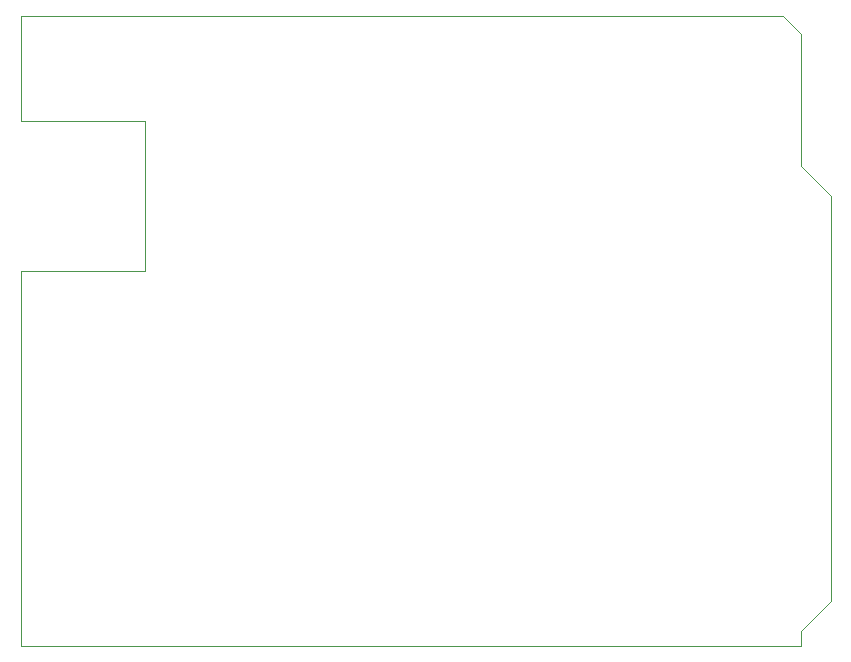
<source format=gbr>
%TF.GenerationSoftware,KiCad,Pcbnew,(6.0.9)*%
%TF.CreationDate,2023-07-04T21:14:24+02:00*%
%TF.ProjectId,p2000t-cartridge-reader,70323030-3074-42d6-9361-727472696467,rev?*%
%TF.SameCoordinates,Original*%
%TF.FileFunction,Profile,NP*%
%FSLAX46Y46*%
G04 Gerber Fmt 4.6, Leading zero omitted, Abs format (unit mm)*
G04 Created by KiCad (PCBNEW (6.0.9)) date 2023-07-04 21:14:24*
%MOMM*%
%LPD*%
G01*
G04 APERTURE LIST*
%TA.AperFunction,Profile*%
%ADD10C,0.050000*%
%TD*%
G04 APERTURE END LIST*
D10*
X97409000Y-55880000D02*
X97409000Y-40640000D01*
X97409000Y-55880000D02*
X97409000Y-64770000D01*
X46990000Y-78740000D02*
X94869000Y-78740000D01*
X28829000Y-78740000D02*
X46990000Y-78740000D01*
X94869000Y-77470000D02*
X97409000Y-74930000D01*
X28829000Y-46990000D02*
X28829000Y-55753000D01*
X97409000Y-74930000D02*
X97409000Y-64770000D01*
X39370000Y-46990000D02*
X28829000Y-46990000D01*
X28829000Y-34290000D02*
X39370000Y-34290000D01*
X94869000Y-26924000D02*
X93345000Y-25400000D01*
X94869000Y-78740000D02*
X94869000Y-77470000D01*
X93345000Y-25400000D02*
X28829000Y-25400000D01*
X28829000Y-25400000D02*
X28829000Y-34290000D01*
X97409000Y-40640000D02*
X94869000Y-38100000D01*
X28829000Y-66040000D02*
X28829000Y-78740000D01*
X94869000Y-38100000D02*
X94869000Y-26924000D01*
X28829000Y-55753000D02*
X28829000Y-66040000D01*
X39370000Y-34290000D02*
X39370000Y-46990000D01*
M02*

</source>
